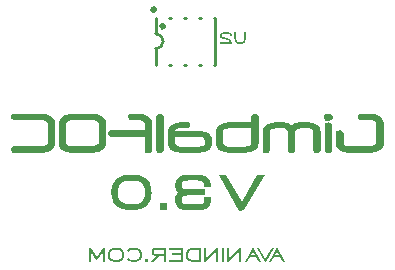
<source format=gbr>
%TF.GenerationSoftware,KiCad,Pcbnew,8.0.4*%
%TF.CreationDate,2025-06-19T10:40:25-04:00*%
%TF.ProjectId,foc_pcb,666f635f-7063-4622-9e6b-696361645f70,2.0*%
%TF.SameCoordinates,Original*%
%TF.FileFunction,Legend,Bot*%
%TF.FilePolarity,Positive*%
%FSLAX46Y46*%
G04 Gerber Fmt 4.6, Leading zero omitted, Abs format (unit mm)*
G04 Created by KiCad (PCBNEW 8.0.4) date 2025-06-19 10:40:25*
%MOMM*%
%LPD*%
G01*
G04 APERTURE LIST*
G04 Aperture macros list*
%AMRoundRect*
0 Rectangle with rounded corners*
0 $1 Rounding radius*
0 $2 $3 $4 $5 $6 $7 $8 $9 X,Y pos of 4 corners*
0 Add a 4 corners polygon primitive as box body*
4,1,4,$2,$3,$4,$5,$6,$7,$8,$9,$2,$3,0*
0 Add four circle primitives for the rounded corners*
1,1,$1+$1,$2,$3*
1,1,$1+$1,$4,$5*
1,1,$1+$1,$6,$7*
1,1,$1+$1,$8,$9*
0 Add four rect primitives between the rounded corners*
20,1,$1+$1,$2,$3,$4,$5,0*
20,1,$1+$1,$4,$5,$6,$7,0*
20,1,$1+$1,$6,$7,$8,$9,0*
20,1,$1+$1,$8,$9,$2,$3,0*%
%AMHorizOval*
0 Thick line with rounded ends*
0 $1 width*
0 $2 $3 position (X,Y) of the first rounded end (center of the circle)*
0 $4 $5 position (X,Y) of the second rounded end (center of the circle)*
0 Add line between two ends*
20,1,$1,$2,$3,$4,$5,0*
0 Add two circle primitives to create the rounded ends*
1,1,$1,$2,$3*
1,1,$1,$4,$5*%
%AMRotRect*
0 Rectangle, with rotation*
0 The origin of the aperture is its center*
0 $1 length*
0 $2 width*
0 $3 Rotation angle, in degrees counterclockwise*
0 Add horizontal line*
21,1,$1,$2,0,0,$3*%
G04 Aperture macros list end*
%ADD10C,0.300000*%
%ADD11C,0.150000*%
%ADD12C,0.254000*%
%ADD13RoundRect,0.250001X-1.386080X0.706243X-0.706243X-1.386080X1.386080X-0.706243X0.706243X1.386080X0*%
%ADD14C,2.700000*%
%ADD15R,1.700000X1.700000*%
%ADD16O,1.700000X1.700000*%
%ADD17R,1.350000X1.350000*%
%ADD18O,1.350000X1.350000*%
%ADD19RotRect,1.350000X1.350000X250.000000*%
%ADD20HorizOval,1.350000X0.000000X0.000000X0.000000X0.000000X0*%
%ADD21C,3.200000*%
%ADD22O,0.630000X1.865000*%
G04 APERTURE END LIST*
D10*
G36*
X324695415Y-159090619D02*
G01*
X324738813Y-158940384D01*
X324888965Y-158864316D01*
X325025240Y-158854583D01*
X325189097Y-158870602D01*
X325318926Y-158961303D01*
X325346468Y-159090619D01*
X325346468Y-159887828D01*
X325410091Y-160042712D01*
X325560828Y-160138318D01*
X325738515Y-160186781D01*
X325932223Y-160208460D01*
X326069427Y-160212182D01*
X327391074Y-160212182D01*
X327570667Y-160205618D01*
X327756559Y-160180304D01*
X327925872Y-160128140D01*
X328066541Y-160028722D01*
X328118722Y-159887828D01*
X328118722Y-158306697D01*
X328054012Y-158149735D01*
X327901581Y-158054693D01*
X327722719Y-158007085D01*
X327528394Y-157985953D01*
X327391074Y-157982343D01*
X326777536Y-157982343D01*
X326629292Y-157927141D01*
X326579446Y-157774101D01*
X326577452Y-157715043D01*
X326598308Y-157557653D01*
X326722713Y-157452434D01*
X326777536Y-157447744D01*
X327409050Y-157447744D01*
X327570801Y-157451079D01*
X327794529Y-157468602D01*
X327995429Y-157501172D01*
X328173330Y-157548817D01*
X328328062Y-157611564D01*
X328498038Y-157718765D01*
X328626121Y-157852926D01*
X328711907Y-158014110D01*
X328754993Y-158202383D01*
X328760397Y-158306697D01*
X328760397Y-159887828D01*
X328738812Y-160088289D01*
X328674326Y-160262289D01*
X328567342Y-160409746D01*
X328418262Y-160530577D01*
X328279070Y-160603678D01*
X328116595Y-160661721D01*
X327931009Y-160704672D01*
X327722481Y-160732494D01*
X327491181Y-160745155D01*
X327409050Y-160746000D01*
X326051451Y-160746000D01*
X325892739Y-160742776D01*
X325671924Y-160725773D01*
X325472254Y-160694012D01*
X325294221Y-160647322D01*
X325138322Y-160585527D01*
X324965740Y-160479337D01*
X324834557Y-160345574D01*
X324745946Y-160183826D01*
X324701078Y-159993679D01*
X324695415Y-159887828D01*
X324695415Y-159090619D01*
G37*
G36*
X323755177Y-158413773D02*
G01*
X323801504Y-158257249D01*
X323949272Y-158186416D01*
X324067027Y-158178519D01*
X324224157Y-158195458D01*
X324353450Y-158298210D01*
X324374187Y-158413773D01*
X324374187Y-160528721D01*
X324328107Y-160685246D01*
X324182328Y-160756079D01*
X324067027Y-160763976D01*
X323906731Y-160747036D01*
X323775987Y-160644285D01*
X323755177Y-160528721D01*
X323755177Y-158413773D01*
G37*
G36*
X324446092Y-157733020D02*
G01*
X324410595Y-157893565D01*
X324286197Y-158000294D01*
X324114174Y-158034334D01*
X324067027Y-158035490D01*
X323897998Y-158016915D01*
X323758077Y-157940760D01*
X323691113Y-157787616D01*
X323687962Y-157733020D01*
X323723616Y-157572129D01*
X323848203Y-157465563D01*
X324020008Y-157431697D01*
X324067027Y-157430549D01*
X324235725Y-157449014D01*
X324375724Y-157524955D01*
X324442922Y-157678243D01*
X324446092Y-157733020D01*
G37*
G36*
X318791381Y-160763976D02*
G01*
X318634251Y-160747036D01*
X318504958Y-160644285D01*
X318484221Y-160528721D01*
X318484221Y-158969475D01*
X318504695Y-158780307D01*
X318564919Y-158616629D01*
X318663099Y-158478359D01*
X318797438Y-158365413D01*
X318966143Y-158277710D01*
X319167418Y-158215167D01*
X319338667Y-158184722D01*
X319526471Y-158168348D01*
X319660495Y-158165232D01*
X320104431Y-158165232D01*
X320275533Y-158170888D01*
X320432999Y-158187581D01*
X320602979Y-158221603D01*
X320773595Y-158279686D01*
X320912565Y-158356500D01*
X320946189Y-158381729D01*
X321095239Y-158289539D01*
X321261207Y-158228711D01*
X321427570Y-158192208D01*
X321614257Y-158170888D01*
X321784040Y-158165232D01*
X322227976Y-158165232D01*
X322426213Y-158172244D01*
X322608473Y-158193305D01*
X322773986Y-158228449D01*
X322967292Y-158297274D01*
X323127635Y-158391280D01*
X323253195Y-158510549D01*
X323342148Y-158655164D01*
X323392672Y-158825206D01*
X323404249Y-158969475D01*
X323404249Y-160528721D01*
X323358170Y-160685246D01*
X323212391Y-160756079D01*
X323097090Y-160763976D01*
X322936794Y-160747036D01*
X322806050Y-160644285D01*
X322785240Y-160528721D01*
X322785240Y-158969475D01*
X322720786Y-158810671D01*
X322578132Y-158726154D01*
X322407442Y-158685495D01*
X322218134Y-158669285D01*
X322129497Y-158667786D01*
X321878611Y-158667786D01*
X321711720Y-158673665D01*
X321545472Y-158696494D01*
X321383091Y-158753857D01*
X321269258Y-158877493D01*
X321253349Y-158969475D01*
X321253349Y-160528721D01*
X321211185Y-160680094D01*
X321067439Y-160754764D01*
X320946189Y-160763976D01*
X320786586Y-160747036D01*
X320655369Y-160644285D01*
X320634340Y-160528721D01*
X320634340Y-158969475D01*
X320577155Y-158810324D01*
X320444857Y-158725925D01*
X320281780Y-158685407D01*
X320097244Y-158669276D01*
X320009860Y-158667786D01*
X319758974Y-158667786D01*
X319589202Y-158673697D01*
X319417573Y-158696627D01*
X319266068Y-158744293D01*
X319136338Y-158849796D01*
X319103230Y-158969475D01*
X319103230Y-160528721D01*
X319056492Y-160685246D01*
X318908510Y-160756079D01*
X318791381Y-160763976D01*
G37*
G36*
X317998895Y-157447489D02*
G01*
X318128189Y-157550241D01*
X318148925Y-157665804D01*
X318148925Y-159941757D01*
X318128192Y-160129578D01*
X318066297Y-160292624D01*
X317963700Y-160430812D01*
X317820858Y-160544060D01*
X317638228Y-160632285D01*
X317475421Y-160681983D01*
X317290685Y-160717524D01*
X317084212Y-160738875D01*
X316856196Y-160746000D01*
X315803412Y-160746000D01*
X315575196Y-160738875D01*
X315368561Y-160717524D01*
X315183696Y-160681983D01*
X315020789Y-160632285D01*
X314838066Y-160544060D01*
X314695168Y-160430812D01*
X314592541Y-160292624D01*
X314530636Y-160129578D01*
X314509902Y-159941757D01*
X314509902Y-158969475D01*
X315128911Y-158969475D01*
X315128911Y-159941757D01*
X315203221Y-160097997D01*
X315359156Y-160183738D01*
X315538626Y-160225721D01*
X315732210Y-160242650D01*
X315821388Y-160244227D01*
X316838220Y-160244227D01*
X317009761Y-160238026D01*
X317186893Y-160214169D01*
X317347729Y-160165176D01*
X317480800Y-160072299D01*
X317529916Y-159941757D01*
X317529916Y-158667786D01*
X315821388Y-158667786D01*
X315649814Y-158673761D01*
X315472564Y-158696893D01*
X315311525Y-158744841D01*
X315178177Y-158837039D01*
X315128911Y-158969475D01*
X314509902Y-158969475D01*
X314530636Y-158780307D01*
X314592541Y-158616629D01*
X314695168Y-158478359D01*
X314838066Y-158365413D01*
X315020789Y-158277710D01*
X315183696Y-158228449D01*
X315368561Y-158193305D01*
X315575196Y-158172244D01*
X315803412Y-158165232D01*
X317529916Y-158165232D01*
X317529916Y-157665804D01*
X317576243Y-157509280D01*
X317724010Y-157438447D01*
X317841765Y-157430549D01*
X317998895Y-157447489D01*
G37*
G36*
X312320060Y-158224979D02*
G01*
X312363363Y-158375916D01*
X312364473Y-158418463D01*
X312340198Y-158573957D01*
X312200897Y-158666660D01*
X312173768Y-158667786D01*
X311752498Y-158667786D01*
X311580508Y-158672286D01*
X311403143Y-158690066D01*
X311242368Y-158728000D01*
X311099197Y-158815504D01*
X311060881Y-158920018D01*
X312953782Y-158899914D01*
X313181798Y-158906946D01*
X313388270Y-158928055D01*
X313573007Y-158963265D01*
X313735814Y-159012599D01*
X313918443Y-159100389D01*
X314061286Y-159213385D01*
X314163883Y-159351642D01*
X314225777Y-159515214D01*
X314246510Y-159704157D01*
X314246510Y-159941757D01*
X314225777Y-160129578D01*
X314163883Y-160292624D01*
X314061286Y-160430812D01*
X313918443Y-160544060D01*
X313735814Y-160632285D01*
X313573007Y-160681983D01*
X313388270Y-160717524D01*
X313181798Y-160738875D01*
X312953782Y-160746000D01*
X311735303Y-160746000D01*
X311507087Y-160738875D01*
X311300452Y-160717524D01*
X311115587Y-160681983D01*
X310952680Y-160632285D01*
X310769958Y-160544060D01*
X310627059Y-160430812D01*
X310524433Y-160292624D01*
X310462528Y-160129578D01*
X310441793Y-159941757D01*
X311060802Y-159941757D01*
X311134899Y-160097997D01*
X311290548Y-160183738D01*
X311469831Y-160225721D01*
X311663328Y-160242650D01*
X311752498Y-160244227D01*
X312935806Y-160244227D01*
X313107346Y-160238026D01*
X313284479Y-160214169D01*
X313445314Y-160165176D01*
X313578386Y-160072299D01*
X313627501Y-159941757D01*
X313627501Y-159686181D01*
X313566565Y-159540710D01*
X313422277Y-159452167D01*
X313252271Y-159407671D01*
X313067002Y-159387878D01*
X312935806Y-159384492D01*
X311060802Y-159384492D01*
X311060802Y-159941757D01*
X310441793Y-159941757D01*
X310441793Y-158969475D01*
X310462528Y-158780307D01*
X310524433Y-158616629D01*
X310627059Y-158478359D01*
X310769958Y-158365413D01*
X310952680Y-158277710D01*
X311115587Y-158228449D01*
X311300452Y-158193305D01*
X311507087Y-158172244D01*
X311735303Y-158165232D01*
X312173768Y-158165232D01*
X312320060Y-158224979D01*
G37*
G36*
X309492958Y-157665804D02*
G01*
X309539285Y-157509280D01*
X309687053Y-157438447D01*
X309804808Y-157430549D01*
X309961938Y-157447489D01*
X310091231Y-157550241D01*
X310111967Y-157665804D01*
X310111967Y-160528721D01*
X310065888Y-160685246D01*
X309920109Y-160756079D01*
X309804808Y-160763976D01*
X309644512Y-160747036D01*
X309513768Y-160644285D01*
X309492958Y-160528721D01*
X309492958Y-157665804D01*
G37*
G36*
X307790683Y-157447744D02*
G01*
X307952434Y-157451079D01*
X308176162Y-157468602D01*
X308377062Y-157501172D01*
X308554963Y-157548817D01*
X308709695Y-157611564D01*
X308879671Y-157718765D01*
X309007754Y-157852926D01*
X309093540Y-158014110D01*
X309136626Y-158202383D01*
X309142030Y-158306697D01*
X309142030Y-160528721D01*
X309092571Y-160685589D01*
X308939767Y-160756166D01*
X308821584Y-160763976D01*
X308656474Y-160747194D01*
X308524610Y-160655843D01*
X308496448Y-160528721D01*
X308496448Y-159389182D01*
X305617899Y-159389182D01*
X305469979Y-159333980D01*
X305419841Y-159180940D01*
X305417815Y-159121882D01*
X305438877Y-158964492D01*
X305563300Y-158859272D01*
X305617899Y-158854583D01*
X308496448Y-158854583D01*
X308496448Y-158306697D01*
X308432644Y-158149735D01*
X308281625Y-158054693D01*
X308103742Y-158007085D01*
X307909931Y-157985953D01*
X307772707Y-157982343D01*
X307302198Y-157982343D01*
X307150102Y-157918957D01*
X307108548Y-157759744D01*
X307107585Y-157715043D01*
X307126709Y-157557997D01*
X307247609Y-157452466D01*
X307302198Y-157447744D01*
X307790683Y-157447744D01*
G37*
G36*
X304057835Y-157451079D02*
G01*
X304281563Y-157468602D01*
X304482463Y-157501172D01*
X304660364Y-157548817D01*
X304815096Y-157611564D01*
X304985073Y-157718765D01*
X305113155Y-157852926D01*
X305198941Y-158014110D01*
X305242027Y-158202383D01*
X305247431Y-158306697D01*
X305247431Y-159887828D01*
X305225846Y-160088289D01*
X305161360Y-160262289D01*
X305054376Y-160409746D01*
X304905296Y-160530577D01*
X304766104Y-160603678D01*
X304603629Y-160661721D01*
X304418043Y-160704672D01*
X304209515Y-160732494D01*
X303978216Y-160745155D01*
X303896085Y-160746000D01*
X302592414Y-160746000D01*
X302430535Y-160742622D01*
X302206675Y-160724903D01*
X302005706Y-160692034D01*
X301827788Y-160644049D01*
X301673078Y-160580983D01*
X301503174Y-160473495D01*
X301375186Y-160339340D01*
X301289491Y-160178601D01*
X301246463Y-159991361D01*
X301241067Y-159887828D01*
X301241067Y-158306697D01*
X301882742Y-158306697D01*
X301882742Y-159887828D01*
X301947452Y-160042712D01*
X302099883Y-160138318D01*
X302278745Y-160186781D01*
X302473070Y-160208460D01*
X302610390Y-160212182D01*
X303878108Y-160212182D01*
X304057702Y-160205618D01*
X304243593Y-160180304D01*
X304412906Y-160128140D01*
X304553575Y-160028722D01*
X304605757Y-159887828D01*
X304605757Y-158306697D01*
X304541047Y-158149735D01*
X304388615Y-158054693D01*
X304209754Y-158007085D01*
X304015429Y-157985953D01*
X303878108Y-157982343D01*
X302610390Y-157982343D01*
X302430797Y-157988715D01*
X302244906Y-158013421D01*
X302075593Y-158064743D01*
X301934923Y-158163759D01*
X301882742Y-158306697D01*
X301241067Y-158306697D01*
X301262620Y-158104857D01*
X301327028Y-157930136D01*
X301433917Y-157782471D01*
X301582909Y-157661799D01*
X301722059Y-157588969D01*
X301884523Y-157531259D01*
X302070142Y-157488642D01*
X302278759Y-157461090D01*
X302510214Y-157448578D01*
X302592414Y-157447744D01*
X303896085Y-157447744D01*
X304057835Y-157451079D01*
G37*
G36*
X297400397Y-160746000D02*
G01*
X297254060Y-160689601D01*
X297206795Y-160537160D01*
X297205003Y-160479482D01*
X297224375Y-160322435D01*
X297345775Y-160216904D01*
X297400397Y-160212182D01*
X299582561Y-160212182D01*
X299762154Y-160205618D01*
X299948045Y-160180304D01*
X300117358Y-160128140D01*
X300258027Y-160028722D01*
X300310209Y-159887828D01*
X300310209Y-158306697D01*
X300245499Y-158149735D01*
X300093068Y-158054693D01*
X299914206Y-158007085D01*
X299719881Y-157985953D01*
X299582561Y-157982343D01*
X297405087Y-157982343D01*
X297257167Y-157927141D01*
X297207029Y-157774101D01*
X297205003Y-157715043D01*
X297226064Y-157557653D01*
X297350488Y-157452434D01*
X297405087Y-157447744D01*
X299600537Y-157447744D01*
X299762287Y-157451079D01*
X299986015Y-157468602D01*
X300186915Y-157501172D01*
X300364816Y-157548817D01*
X300519549Y-157611564D01*
X300689525Y-157718765D01*
X300817607Y-157852926D01*
X300903393Y-158014110D01*
X300946479Y-158202383D01*
X300951884Y-158306697D01*
X300951884Y-159887828D01*
X300930299Y-160088289D01*
X300865812Y-160262289D01*
X300758828Y-160409746D01*
X300609748Y-160530577D01*
X300470556Y-160603678D01*
X300308082Y-160661721D01*
X300122496Y-160704672D01*
X299913968Y-160732494D01*
X299682668Y-160745155D01*
X299600537Y-160746000D01*
X297400397Y-160746000D01*
G37*
G36*
X320408488Y-169976000D02*
G01*
X320203617Y-169976000D01*
X319976764Y-169582085D01*
X319439235Y-169582085D01*
X319210623Y-169976000D01*
X319003994Y-169976000D01*
X319330201Y-169413850D01*
X319535076Y-169413850D01*
X319880923Y-169413850D01*
X319706241Y-169116655D01*
X319535076Y-169413850D01*
X319330201Y-169413850D01*
X319706241Y-168765825D01*
X320408488Y-169976000D01*
G37*
G36*
X318668697Y-169976000D02*
G01*
X317983157Y-168775497D01*
X318183338Y-168775497D01*
X318729074Y-169735958D01*
X319288586Y-168775497D01*
X319495215Y-168775497D01*
X318792968Y-169976000D01*
X318668697Y-169976000D01*
G37*
G36*
X318383812Y-169976000D02*
G01*
X318178942Y-169976000D01*
X317952089Y-169582085D01*
X317414559Y-169582085D01*
X317185948Y-169976000D01*
X316979318Y-169976000D01*
X317305525Y-169413850D01*
X317510400Y-169413850D01*
X317856248Y-169413850D01*
X317681565Y-169116655D01*
X317510400Y-169413850D01*
X317305525Y-169413850D01*
X317681565Y-168765825D01*
X318383812Y-169976000D01*
G37*
G36*
X316521803Y-169058623D02*
G01*
X315621426Y-169976000D01*
X315480156Y-169976000D01*
X315480156Y-168775497D01*
X315661579Y-168775497D01*
X315661579Y-169691408D01*
X316563715Y-168775497D01*
X316701468Y-168775497D01*
X316701468Y-169976000D01*
X316523561Y-169976000D01*
X316521803Y-169058623D01*
G37*
G36*
X315202012Y-169976000D02*
G01*
X315022347Y-169976000D01*
X315022347Y-168775497D01*
X315202012Y-168775497D01*
X315202012Y-169976000D01*
G37*
G36*
X314566297Y-169058623D02*
G01*
X313665920Y-169976000D01*
X313524650Y-169976000D01*
X313524650Y-168775497D01*
X313706073Y-168775497D01*
X313706073Y-169691408D01*
X314608209Y-168775497D01*
X314745962Y-168775497D01*
X314745962Y-169976000D01*
X314568055Y-169976000D01*
X314566297Y-169058623D01*
G37*
G36*
X313246506Y-169976000D02*
G01*
X312675271Y-169976000D01*
X312610237Y-169974596D01*
X312548676Y-169970384D01*
X312471996Y-169960400D01*
X312401489Y-169945425D01*
X312337156Y-169925458D01*
X312278995Y-169900500D01*
X312227008Y-169870550D01*
X312170705Y-169826092D01*
X312160602Y-169816265D01*
X312114838Y-169763336D01*
X312076831Y-169704569D01*
X312046580Y-169639963D01*
X312027964Y-169584074D01*
X312014313Y-169524449D01*
X312005625Y-169461086D01*
X312001902Y-169393986D01*
X312001747Y-169376628D01*
X312001772Y-169375748D01*
X312183170Y-169375748D01*
X312185138Y-169435898D01*
X312192695Y-169501239D01*
X312205918Y-169559120D01*
X312228508Y-169617219D01*
X312263771Y-169671184D01*
X312311547Y-169717600D01*
X312361719Y-169748945D01*
X312421307Y-169773620D01*
X312490313Y-169791626D01*
X312552297Y-169801229D01*
X312620308Y-169806565D01*
X312675271Y-169807765D01*
X313066841Y-169807765D01*
X313066841Y-168943732D01*
X312675271Y-168943732D01*
X312603061Y-168945866D01*
X312536785Y-168952268D01*
X312476445Y-168962938D01*
X312409366Y-168982278D01*
X312351561Y-169008287D01*
X312294435Y-169048301D01*
X312263771Y-169080312D01*
X312228508Y-169135487D01*
X312205918Y-169193982D01*
X312192695Y-169251712D01*
X312185138Y-169316449D01*
X312183170Y-169375748D01*
X312001772Y-169375748D01*
X312003533Y-169314822D01*
X312010789Y-169242614D01*
X312023626Y-169176016D01*
X312042044Y-169115027D01*
X312066044Y-169059649D01*
X312102211Y-169000600D01*
X312116053Y-168982713D01*
X312157083Y-168937673D01*
X312203752Y-168898467D01*
X312256059Y-168865096D01*
X312314004Y-168837559D01*
X312349646Y-168824443D01*
X312415117Y-168805371D01*
X312473801Y-168792753D01*
X312534856Y-168783575D01*
X312598280Y-168777839D01*
X312664075Y-168775545D01*
X312675271Y-168775497D01*
X313246506Y-168775497D01*
X313246506Y-169976000D01*
G37*
G36*
X311543938Y-168943732D02*
G01*
X310581133Y-168943732D01*
X310581133Y-168775497D01*
X311723603Y-168775497D01*
X311723603Y-169976000D01*
X310584650Y-169976000D01*
X310584650Y-169807765D01*
X311543938Y-169807765D01*
X311543938Y-169432022D01*
X310811503Y-169432022D01*
X310811503Y-169263787D01*
X311543938Y-169263787D01*
X311543938Y-168943732D01*
G37*
G36*
X310303868Y-169976000D02*
G01*
X310122445Y-169976000D01*
X310124203Y-169487709D01*
X309742891Y-169487709D01*
X309279221Y-169976000D01*
X309035662Y-169976000D01*
X309502556Y-169487709D01*
X309442003Y-169485734D01*
X309375838Y-169478151D01*
X309316762Y-169464879D01*
X309256799Y-169442207D01*
X309206486Y-169411793D01*
X309200086Y-169406816D01*
X309155976Y-169361167D01*
X309124468Y-169305406D01*
X309107238Y-169248321D01*
X309099656Y-169183494D01*
X309099263Y-169163550D01*
X309099263Y-169113431D01*
X309099594Y-169108449D01*
X309280686Y-169108449D01*
X309280686Y-169151240D01*
X309288285Y-169211106D01*
X309315271Y-169260270D01*
X309365292Y-169295031D01*
X309410233Y-169308337D01*
X309470187Y-169315951D01*
X309532918Y-169319083D01*
X309568209Y-169319475D01*
X310124203Y-169319475D01*
X310124203Y-168943732D01*
X309591656Y-168943732D01*
X309528779Y-168944647D01*
X309469664Y-168947771D01*
X309421077Y-168953110D01*
X309364144Y-168969157D01*
X309319374Y-168998540D01*
X309288091Y-169051059D01*
X309280686Y-169108449D01*
X309099594Y-169108449D01*
X309103724Y-169046380D01*
X309117109Y-168987448D01*
X309144003Y-168928956D01*
X309183042Y-168881516D01*
X309226171Y-168849649D01*
X309287444Y-168820756D01*
X309349117Y-168801639D01*
X309406965Y-168789690D01*
X309470681Y-168781363D01*
X309540264Y-168776656D01*
X309600156Y-168775497D01*
X310303868Y-168775497D01*
X310303868Y-169976000D01*
G37*
G36*
X308758690Y-169769663D02*
G01*
X308758690Y-169976000D01*
X308547078Y-169976000D01*
X308547078Y-169769663D01*
X308758690Y-169769663D01*
G37*
G36*
X307058467Y-168919698D02*
G01*
X307106168Y-168884234D01*
X307160170Y-168854046D01*
X307220473Y-168829133D01*
X307278408Y-168811662D01*
X307287078Y-168809496D01*
X307348746Y-168796248D01*
X307411675Y-168786254D01*
X307475867Y-168779514D01*
X307541321Y-168776028D01*
X307579290Y-168775497D01*
X307646188Y-168776875D01*
X307709495Y-168781010D01*
X307769211Y-168787900D01*
X307843247Y-168801376D01*
X307910898Y-168819751D01*
X307972166Y-168843027D01*
X308027049Y-168871203D01*
X308075549Y-168904278D01*
X308107734Y-168932301D01*
X308154427Y-168984472D01*
X308193206Y-169042983D01*
X308224071Y-169107834D01*
X308243064Y-169164279D01*
X308256993Y-169224782D01*
X308265857Y-169289342D01*
X308269656Y-169357960D01*
X308269814Y-169375748D01*
X308267281Y-169445380D01*
X308259684Y-169510955D01*
X308247021Y-169572472D01*
X308229294Y-169629932D01*
X308200012Y-169696051D01*
X308162816Y-169755829D01*
X308117706Y-169809269D01*
X308107734Y-169819196D01*
X308052097Y-169864369D01*
X308000405Y-169894994D01*
X307942330Y-169920720D01*
X307877870Y-169941546D01*
X307807027Y-169957471D01*
X307729800Y-169968496D01*
X307667690Y-169973549D01*
X307601989Y-169975846D01*
X307579290Y-169976000D01*
X307513115Y-169974401D01*
X307448202Y-169969604D01*
X307384551Y-169961610D01*
X307322162Y-169950418D01*
X307287078Y-169942587D01*
X307228454Y-169925835D01*
X307167363Y-169901779D01*
X307112573Y-169872484D01*
X307064085Y-169837949D01*
X307058467Y-169833264D01*
X307015853Y-169788284D01*
X306988125Y-169747388D01*
X306984608Y-169742406D01*
X307117378Y-169616083D01*
X307125878Y-169631324D01*
X307132619Y-169646272D01*
X307169341Y-169696807D01*
X307220890Y-169737038D01*
X307279960Y-169764437D01*
X307302319Y-169771715D01*
X307365572Y-169787487D01*
X307424194Y-169797591D01*
X307485873Y-169804244D01*
X307550610Y-169807448D01*
X307579290Y-169807765D01*
X307648956Y-169806106D01*
X307712871Y-169801129D01*
X307771038Y-169792835D01*
X307831631Y-169778964D01*
X307884399Y-169760577D01*
X307942042Y-169730348D01*
X307989345Y-169692746D01*
X308029777Y-169642320D01*
X308042375Y-169619600D01*
X308064619Y-169562393D01*
X308078279Y-169504067D01*
X308086188Y-169438708D01*
X308088390Y-169375748D01*
X308086188Y-169312789D01*
X308078279Y-169247429D01*
X308064619Y-169189104D01*
X308042375Y-169131896D01*
X308007049Y-169077829D01*
X307964342Y-169036950D01*
X307911294Y-169003444D01*
X307884399Y-168990919D01*
X307823454Y-168970275D01*
X307761742Y-168957049D01*
X307702618Y-168949307D01*
X307637744Y-168944884D01*
X307579290Y-168943732D01*
X307513886Y-168945485D01*
X307451287Y-168950744D01*
X307391493Y-168959510D01*
X307326592Y-168973821D01*
X307303198Y-168980368D01*
X307246155Y-169001910D01*
X307193456Y-169034203D01*
X307149149Y-169080090D01*
X307132619Y-169106983D01*
X307125878Y-169122224D01*
X307117378Y-169139224D01*
X306984608Y-169011436D01*
X306988125Y-169006453D01*
X307022417Y-168956774D01*
X307058467Y-168919698D01*
G37*
G36*
X306155246Y-168776870D02*
G01*
X306218813Y-168780989D01*
X306278743Y-168787854D01*
X306352991Y-168801279D01*
X306420773Y-168819586D01*
X306482088Y-168842774D01*
X306536938Y-168870845D01*
X306596406Y-168912798D01*
X306617364Y-168931715D01*
X306663804Y-168983724D01*
X306702372Y-169042116D01*
X306733070Y-169106891D01*
X306751960Y-169163307D01*
X306765814Y-169223807D01*
X306774629Y-169288393D01*
X306778407Y-169357063D01*
X306778565Y-169374869D01*
X306776060Y-169444643D01*
X306768545Y-169510351D01*
X306756020Y-169571991D01*
X306738484Y-169629565D01*
X306709520Y-169695814D01*
X306672728Y-169755709D01*
X306628107Y-169809250D01*
X306618244Y-169819196D01*
X306562950Y-169864369D01*
X306511368Y-169894994D01*
X306453256Y-169920720D01*
X306388613Y-169941546D01*
X306317440Y-169957471D01*
X306239737Y-169968496D01*
X306177173Y-169973549D01*
X306110937Y-169975846D01*
X306088041Y-169976000D01*
X306020889Y-169974614D01*
X305957370Y-169970456D01*
X305897482Y-169963527D01*
X305823282Y-169949976D01*
X305755539Y-169931497D01*
X305694253Y-169908091D01*
X305639424Y-169879757D01*
X305591052Y-169846496D01*
X305559011Y-169818316D01*
X305512572Y-169765836D01*
X305474003Y-169707130D01*
X305443306Y-169642200D01*
X305424415Y-169585773D01*
X305410562Y-169525361D01*
X305401747Y-169460966D01*
X305397969Y-169392586D01*
X305397819Y-169375748D01*
X305579235Y-169375748D01*
X305581493Y-169437923D01*
X305589603Y-169502659D01*
X305603612Y-169560655D01*
X305626422Y-169617842D01*
X305662057Y-169672150D01*
X305704945Y-169713342D01*
X305758080Y-169747255D01*
X305784985Y-169759991D01*
X305845801Y-169780892D01*
X305907190Y-169794282D01*
X305965882Y-169802120D01*
X306030179Y-169806599D01*
X306088041Y-169807765D01*
X306157707Y-169806085D01*
X306221622Y-169801047D01*
X306279788Y-169792649D01*
X306340382Y-169778606D01*
X306393150Y-169759991D01*
X306450793Y-169729383D01*
X306498096Y-169691634D01*
X306538527Y-169641317D01*
X306551126Y-169618721D01*
X306573370Y-169561701D01*
X306587030Y-169503582D01*
X306594939Y-169438466D01*
X306597141Y-169375748D01*
X306594939Y-169313003D01*
X306587030Y-169247786D01*
X306573370Y-169189492D01*
X306551126Y-169132189D01*
X306515886Y-169077841D01*
X306473403Y-169036857D01*
X306420718Y-169003385D01*
X306394029Y-168990919D01*
X306333249Y-168970275D01*
X306271471Y-168957049D01*
X306212134Y-168949307D01*
X306146903Y-168944884D01*
X306088041Y-168943732D01*
X306029187Y-168944884D01*
X305963983Y-168949307D01*
X305904694Y-168957049D01*
X305842999Y-168970275D01*
X305782347Y-168990919D01*
X305725152Y-169021053D01*
X305678205Y-169058699D01*
X305638059Y-169109337D01*
X305625543Y-169132189D01*
X305603158Y-169189492D01*
X305589410Y-169247786D01*
X305581451Y-169313003D01*
X305579235Y-169375748D01*
X305397819Y-169375748D01*
X305397811Y-169374869D01*
X305400316Y-169304779D01*
X305407831Y-169238856D01*
X305420356Y-169177101D01*
X305437891Y-169119513D01*
X305466856Y-169053389D01*
X305503648Y-168993776D01*
X305548269Y-168940674D01*
X305558132Y-168930836D01*
X305613341Y-168886085D01*
X305664866Y-168855745D01*
X305722930Y-168830260D01*
X305787534Y-168809629D01*
X305858677Y-168793852D01*
X305936360Y-168782930D01*
X305998914Y-168777924D01*
X306065146Y-168775649D01*
X306088041Y-168775497D01*
X306155246Y-168776870D01*
G37*
G36*
X304511210Y-169795162D02*
G01*
X304388404Y-169795162D01*
X303971921Y-169150947D01*
X303971921Y-169976000D01*
X303793722Y-169976000D01*
X303793722Y-168775497D01*
X303938216Y-168775497D01*
X304450540Y-169566844D01*
X304969605Y-168775497D01*
X305120840Y-168775497D01*
X305120840Y-169976000D01*
X304939416Y-169976000D01*
X304939416Y-169150947D01*
X304511210Y-169795162D01*
G37*
G36*
X318675953Y-162604743D02*
G01*
X318058263Y-162604743D01*
X316710043Y-164911373D01*
X315382339Y-162604743D01*
X314785898Y-162604743D01*
X316525395Y-165646300D01*
X316890294Y-165633843D01*
X318675953Y-162604743D01*
G37*
G36*
X312809729Y-165615525D02*
G01*
X312956672Y-165614359D01*
X313108888Y-165608530D01*
X313262924Y-165594543D01*
X313415329Y-165568905D01*
X313562650Y-165528120D01*
X313701436Y-165468693D01*
X313828236Y-165387130D01*
X313939596Y-165279935D01*
X314018944Y-165155294D01*
X314071891Y-165018031D01*
X314082478Y-164977318D01*
X314094099Y-164827692D01*
X314094935Y-164725260D01*
X314094935Y-164527423D01*
X313557112Y-164527423D01*
X313557112Y-164763362D01*
X313552715Y-164872538D01*
X313481975Y-165000976D01*
X313347912Y-165076821D01*
X313300657Y-165090891D01*
X313153503Y-165112535D01*
X313086700Y-165115804D01*
X312937903Y-165120066D01*
X312876407Y-165120200D01*
X312322464Y-165120200D01*
X312169450Y-165118465D01*
X312013917Y-165108910D01*
X311964893Y-165103348D01*
X311814810Y-165065404D01*
X311687921Y-164981715D01*
X311639417Y-164838159D01*
X311637363Y-164750173D01*
X311637363Y-164691554D01*
X311670619Y-164537673D01*
X311781104Y-164426948D01*
X311876965Y-164388937D01*
X312022433Y-164367144D01*
X312129024Y-164359628D01*
X312389143Y-164359628D01*
X313645039Y-164359628D01*
X313645039Y-163851847D01*
X312322464Y-163851847D01*
X312169450Y-163849659D01*
X312013917Y-163837612D01*
X311964893Y-163830598D01*
X311814810Y-163797759D01*
X311687921Y-163717025D01*
X311639417Y-163571582D01*
X311637363Y-163481819D01*
X311637363Y-163423201D01*
X311666858Y-163273179D01*
X311776994Y-163160569D01*
X311855716Y-163129377D01*
X312002247Y-163101891D01*
X312087258Y-163095672D01*
X312233752Y-163090277D01*
X312330524Y-163091275D01*
X312905716Y-163091275D01*
X313052548Y-163093130D01*
X313103553Y-163095672D01*
X313254406Y-163112734D01*
X313309450Y-163124981D01*
X313452686Y-163186715D01*
X313543959Y-163306358D01*
X313552715Y-163338937D01*
X313561508Y-163486216D01*
X313557124Y-163636804D01*
X313557112Y-163641554D01*
X313557112Y-163683320D01*
X314094935Y-163683320D01*
X314094935Y-163418805D01*
X314077908Y-163229721D01*
X314029198Y-163071594D01*
X313952364Y-162941725D01*
X313812316Y-162807858D01*
X313683691Y-162733429D01*
X313538798Y-162678262D01*
X313381194Y-162639658D01*
X313214438Y-162614918D01*
X313042087Y-162601345D01*
X312867697Y-162596238D01*
X312809729Y-162595951D01*
X312376686Y-162595951D01*
X312193016Y-162597746D01*
X312039999Y-162604889D01*
X311885678Y-162621115D01*
X311733842Y-162650125D01*
X311588275Y-162695618D01*
X311452766Y-162761297D01*
X311331101Y-162850862D01*
X311251215Y-162935937D01*
X311168520Y-163064794D01*
X311117778Y-163211808D01*
X311098345Y-163365418D01*
X311095877Y-163473759D01*
X311103562Y-163622592D01*
X311130851Y-163769130D01*
X311184095Y-163909186D01*
X311269645Y-164038572D01*
X311335479Y-164106104D01*
X311232012Y-164219290D01*
X311154845Y-164361397D01*
X311113922Y-164512668D01*
X311098059Y-164671355D01*
X311095877Y-164788274D01*
X311108144Y-164949872D01*
X311150223Y-165103205D01*
X311220126Y-165233694D01*
X311251215Y-165275539D01*
X311358750Y-165385447D01*
X311483639Y-165468693D01*
X311621940Y-165528979D01*
X311769712Y-165570004D01*
X311923014Y-165595471D01*
X312077905Y-165609079D01*
X312230442Y-165614530D01*
X312376686Y-165615525D01*
X312809729Y-165615525D01*
G37*
G36*
X309781362Y-165606000D02*
G01*
X310399052Y-165606000D01*
X310399052Y-165018351D01*
X309781362Y-165018351D01*
X309781362Y-165606000D01*
G37*
G36*
X307536193Y-162605801D02*
G01*
X307683967Y-162614189D01*
X307829940Y-162629670D01*
X308020177Y-162663466D01*
X308203395Y-162714967D01*
X308377412Y-162787082D01*
X308540048Y-162882722D01*
X308689121Y-163004798D01*
X308790713Y-163115455D01*
X308832823Y-163170711D01*
X308921490Y-163315521D01*
X308988433Y-163467968D01*
X309036150Y-163625688D01*
X309067140Y-163786316D01*
X309083901Y-163947487D01*
X309088933Y-164106837D01*
X309088120Y-164170206D01*
X309078251Y-164330523D01*
X309055432Y-164491575D01*
X309017466Y-164650896D01*
X308962155Y-164806021D01*
X308887303Y-164954485D01*
X308790713Y-165093822D01*
X308689226Y-165205495D01*
X308540541Y-165328317D01*
X308378435Y-165424148D01*
X308204935Y-165496055D01*
X308022066Y-165547103D01*
X307831856Y-165580358D01*
X307685600Y-165595465D01*
X307537209Y-165603581D01*
X307387538Y-165606000D01*
X307236865Y-165603581D01*
X307087881Y-165595465D01*
X306941346Y-165580358D01*
X306751090Y-165547103D01*
X306568342Y-165496055D01*
X306394907Y-165424148D01*
X306232588Y-165328317D01*
X306083187Y-165205495D01*
X305980699Y-165093822D01*
X305939193Y-165038737D01*
X305851388Y-164894589D01*
X305784588Y-164743023D01*
X305736544Y-164586250D01*
X305705009Y-164426486D01*
X305687736Y-164265944D01*
X305682478Y-164106837D01*
X306223965Y-164106837D01*
X306226110Y-164203042D01*
X306242215Y-164369748D01*
X306278259Y-164530563D01*
X306339166Y-164681070D01*
X306429861Y-164816851D01*
X306472003Y-164861689D01*
X306593463Y-164953840D01*
X306733971Y-165020587D01*
X306888580Y-165065786D01*
X307052342Y-165093296D01*
X307220310Y-165106973D01*
X307387538Y-165110675D01*
X307453370Y-165110144D01*
X307620134Y-165102915D01*
X307786019Y-165084168D01*
X307946027Y-165050045D01*
X308095162Y-164996690D01*
X308228424Y-164920244D01*
X308340817Y-164816851D01*
X308398239Y-164741323D01*
X308473128Y-164596586D01*
X308520010Y-164439647D01*
X308544225Y-164274925D01*
X308551110Y-164106837D01*
X308546906Y-163971674D01*
X308524620Y-163790096D01*
X308482749Y-163632830D01*
X308395662Y-163458844D01*
X308271849Y-163323001D01*
X308110221Y-163222396D01*
X307963527Y-163168323D01*
X307794489Y-163131216D01*
X307602646Y-163109849D01*
X307387538Y-163102999D01*
X307321052Y-163103488D01*
X307152935Y-163110309D01*
X306986055Y-163128347D01*
X306825361Y-163161625D01*
X306675799Y-163214170D01*
X306542316Y-163290007D01*
X306429861Y-163393159D01*
X306374101Y-163469897D01*
X306301030Y-163616053D01*
X306254933Y-163773720D01*
X306230886Y-163938710D01*
X306223965Y-164106837D01*
X305682478Y-164106837D01*
X305683332Y-164043468D01*
X305693571Y-163883151D01*
X305716945Y-163722099D01*
X305755399Y-163562777D01*
X305810880Y-163407652D01*
X305885331Y-163259189D01*
X305980699Y-163119852D01*
X306083187Y-163007055D01*
X306232588Y-162883057D01*
X306394907Y-162786372D01*
X306568342Y-162713881D01*
X306751090Y-162662469D01*
X306941346Y-162629018D01*
X307087881Y-162613841D01*
X307236865Y-162605700D01*
X307387538Y-162603278D01*
X307536193Y-162605801D01*
G37*
D11*
G36*
X316108623Y-150544581D02*
G01*
X316256879Y-150544581D01*
X316256879Y-150944651D01*
X316258094Y-150995209D01*
X316261741Y-151045369D01*
X316267818Y-151095133D01*
X316276327Y-151144498D01*
X316282280Y-151172529D01*
X316297393Y-151224797D01*
X316317573Y-151269738D01*
X316346334Y-151311538D01*
X316373138Y-151337637D01*
X316414372Y-151365460D01*
X316460417Y-151386347D01*
X316469859Y-151389417D01*
X316517623Y-151399935D01*
X316568674Y-151404428D01*
X316590026Y-151404804D01*
X316639920Y-151402640D01*
X316691358Y-151394646D01*
X316711170Y-151389417D01*
X316757685Y-151370376D01*
X316801516Y-151342104D01*
X316807158Y-151337637D01*
X316844915Y-151298706D01*
X316871678Y-151254002D01*
X316889725Y-151206577D01*
X316898260Y-151173262D01*
X316907492Y-151124338D01*
X316914456Y-151074807D01*
X316919153Y-151024668D01*
X316921582Y-150973922D01*
X316921952Y-150944651D01*
X316921952Y-150544581D01*
X317071673Y-150544581D01*
X317071673Y-150945872D01*
X317070165Y-151007440D01*
X317065643Y-151066604D01*
X317058106Y-151123364D01*
X317047554Y-151177719D01*
X317033987Y-151229671D01*
X317017405Y-151279217D01*
X316997809Y-151326360D01*
X316975197Y-151371099D01*
X316948044Y-151411857D01*
X316905742Y-151455162D01*
X316865211Y-151483693D01*
X316818734Y-151506789D01*
X316766311Y-151524451D01*
X316707943Y-151536678D01*
X316643629Y-151543471D01*
X316591491Y-151545000D01*
X316542593Y-151543576D01*
X316485624Y-151537793D01*
X316433271Y-151527562D01*
X316385532Y-151512882D01*
X316334339Y-151489395D01*
X316289791Y-151459502D01*
X316283013Y-151453897D01*
X316245397Y-151418268D01*
X316212968Y-151379891D01*
X316185726Y-151338767D01*
X316163670Y-151294895D01*
X316146800Y-151248275D01*
X316142329Y-151232124D01*
X316130874Y-151182322D01*
X316121790Y-151130733D01*
X316115075Y-151077358D01*
X316110730Y-151022198D01*
X316108755Y-150965251D01*
X316108623Y-150945872D01*
X316108623Y-150544581D01*
G37*
G36*
X315448435Y-150544581D02*
G01*
X315498753Y-150545470D01*
X315557367Y-150549082D01*
X315611224Y-150555473D01*
X315660322Y-150564643D01*
X315712958Y-150579315D01*
X315758742Y-150597988D01*
X315765706Y-150601489D01*
X315808532Y-150631074D01*
X315840840Y-150670031D01*
X315862628Y-150718362D01*
X315872932Y-150767248D01*
X315875616Y-150813248D01*
X315875616Y-150887742D01*
X315724185Y-150887742D01*
X315724185Y-150880659D01*
X315725651Y-150821552D01*
X315718782Y-150770988D01*
X315692953Y-150728496D01*
X315667521Y-150711643D01*
X315620197Y-150696347D01*
X315570530Y-150688554D01*
X315518109Y-150685196D01*
X315488979Y-150684776D01*
X315305797Y-150684776D01*
X315247425Y-150686285D01*
X315196565Y-150690811D01*
X315145452Y-150700225D01*
X315094130Y-150719535D01*
X315062043Y-150746570D01*
X315043520Y-150793112D01*
X315041038Y-150825216D01*
X315048443Y-150875592D01*
X315062043Y-150900931D01*
X315103073Y-150929106D01*
X315152608Y-150948665D01*
X315197842Y-150962725D01*
X315245755Y-150974042D01*
X315298821Y-150986073D01*
X315325337Y-150992034D01*
X315385420Y-151004734D01*
X315438738Y-151017022D01*
X315487315Y-151029704D01*
X315537999Y-151045000D01*
X315588023Y-151063139D01*
X315615009Y-151074832D01*
X315666523Y-151100503D01*
X315711889Y-151128974D01*
X315751107Y-151160244D01*
X315789091Y-151200263D01*
X315818707Y-151244092D01*
X315841357Y-151291673D01*
X315858444Y-151342948D01*
X315869968Y-151397915D01*
X315875418Y-151447970D01*
X315876837Y-151491755D01*
X315876837Y-151545000D01*
X314880082Y-151545000D01*
X314880082Y-151404804D01*
X315721498Y-151404804D01*
X315707485Y-151352765D01*
X315684984Y-151307779D01*
X315653996Y-151269845D01*
X315614520Y-151238963D01*
X315566801Y-151212814D01*
X315518686Y-151192112D01*
X315464633Y-151173444D01*
X315413577Y-151159061D01*
X315377116Y-151150303D01*
X315287479Y-151130764D01*
X315237027Y-151120414D01*
X315188408Y-151109427D01*
X315140685Y-151096944D01*
X315126523Y-151092662D01*
X315079869Y-151077873D01*
X315032298Y-151057732D01*
X314986975Y-151030907D01*
X314947520Y-150995876D01*
X314940410Y-150987393D01*
X314913748Y-150942637D01*
X314896961Y-150892634D01*
X314890296Y-150843145D01*
X314889852Y-150825704D01*
X314893621Y-150771809D01*
X314904930Y-150724061D01*
X314927652Y-150676126D01*
X314960635Y-150636559D01*
X314997074Y-150609305D01*
X315048412Y-150584085D01*
X315099634Y-150567399D01*
X315147409Y-150556969D01*
X315199812Y-150549701D01*
X315256842Y-150545592D01*
X315305797Y-150544581D01*
X315448435Y-150544581D01*
G37*
D12*
%TO.C,U2*%
X309440034Y-150671645D02*
X309440034Y-149306645D01*
X309440034Y-151941645D02*
X309440034Y-153306645D01*
X309493034Y-149306645D02*
X309440034Y-149306645D01*
X309493034Y-153306645D02*
X309440034Y-153306645D01*
X310763034Y-149306645D02*
X310577034Y-149306645D01*
X310763034Y-153306645D02*
X310577034Y-153306645D01*
X312033034Y-149306645D02*
X311847034Y-149306645D01*
X312033034Y-153306645D02*
X311847034Y-153306645D01*
X313303034Y-149306645D02*
X313117034Y-149306645D01*
X313303034Y-153306645D02*
X313117034Y-153306645D01*
X314387034Y-149306645D02*
X314440034Y-149359645D01*
X314440034Y-149306645D02*
X314387034Y-149306645D01*
X314440034Y-149359645D02*
X314440034Y-153306645D01*
X314440034Y-153306645D02*
X314387034Y-153306645D01*
X309440034Y-150671645D02*
G75*
G02*
X309440534Y-151941645I500J-635000D01*
G01*
D10*
X309418034Y-148624145D02*
G75*
G02*
X309117034Y-148624145I-150500J0D01*
G01*
X309117034Y-148624145D02*
G75*
G02*
X309418034Y-148624145I150500J0D01*
G01*
X310185034Y-150036645D02*
G75*
G02*
X309885034Y-150036645I-150000J0D01*
G01*
X309885034Y-150036645D02*
G75*
G02*
X310185034Y-150036645I150000J0D01*
G01*
%TD*%
%LPC*%
D13*
%TO.C,J2*%
X293162292Y-154983815D03*
D14*
X294386000Y-158750000D03*
%TD*%
D15*
%TO.C,J1*%
X312166000Y-130302000D03*
D16*
X309626001Y-130302000D03*
X307086001Y-130302000D03*
%TD*%
D17*
%TO.C,J4*%
X331724000Y-150114000D03*
D18*
X331724000Y-148113999D03*
X331724000Y-146114000D03*
X331724000Y-144114000D03*
%TD*%
D19*
%TO.C,J5*%
X322376156Y-132608121D03*
D20*
X320496771Y-131924081D03*
X318617386Y-131240039D03*
X316738000Y-130556000D03*
%TD*%
D21*
%TO.C,H3*%
X298505005Y-137871616D03*
%TD*%
%TO.C,H4*%
X325375062Y-137871616D03*
%TD*%
%TO.C,H2*%
X325375062Y-164741673D03*
%TD*%
%TO.C,H1*%
X298505005Y-164741673D03*
%TD*%
D15*
%TO.C,J3*%
X294640000Y-145796000D03*
D16*
X292100000Y-145796000D03*
X294640000Y-143256000D03*
X292100000Y-143256000D03*
%TD*%
D22*
%TO.C,U2*%
X310035034Y-148624145D03*
X311305034Y-148624145D03*
X312575034Y-148624145D03*
X313845034Y-148624145D03*
X313845034Y-153989145D03*
X312575034Y-153989145D03*
X311305034Y-153989145D03*
X310035034Y-153989145D03*
%TD*%
%LPD*%
M02*

</source>
